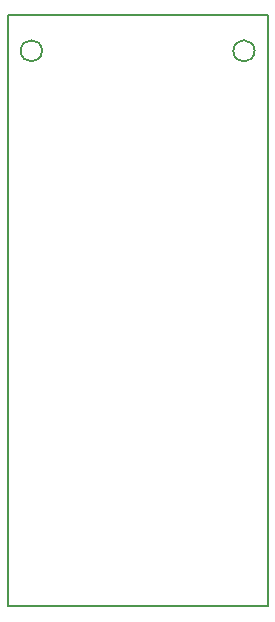
<source format=gbr>
%TF.GenerationSoftware,KiCad,Pcbnew,9.0.7*%
%TF.CreationDate,2026-01-14T01:24:10+01:00*%
%TF.ProjectId,pixel-led,70697865-6c2d-46c6-9564-2e6b69636164,1.2*%
%TF.SameCoordinates,Original*%
%TF.FileFunction,Profile,NP*%
%FSLAX46Y46*%
G04 Gerber Fmt 4.6, Leading zero omitted, Abs format (unit mm)*
G04 Created by KiCad (PCBNEW 9.0.7) date 2026-01-14 01:24:10*
%MOMM*%
%LPD*%
G01*
G04 APERTURE LIST*
%TA.AperFunction,Profile*%
%ADD10C,0.200000*%
%TD*%
G04 APERTURE END LIST*
D10*
X109901388Y-43000000D02*
G75*
G02*
X108098612Y-43000000I-901388J0D01*
G01*
X108098612Y-43000000D02*
G75*
G02*
X109901388Y-43000000I901388J0D01*
G01*
X89000000Y-40000000D02*
X111000000Y-40000000D01*
X111000000Y-90000000D01*
X89000000Y-90000000D01*
X89000000Y-40000000D01*
X91901388Y-43000000D02*
G75*
G02*
X90098612Y-43000000I-901388J0D01*
G01*
X90098612Y-43000000D02*
G75*
G02*
X91901388Y-43000000I901388J0D01*
G01*
M02*

</source>
